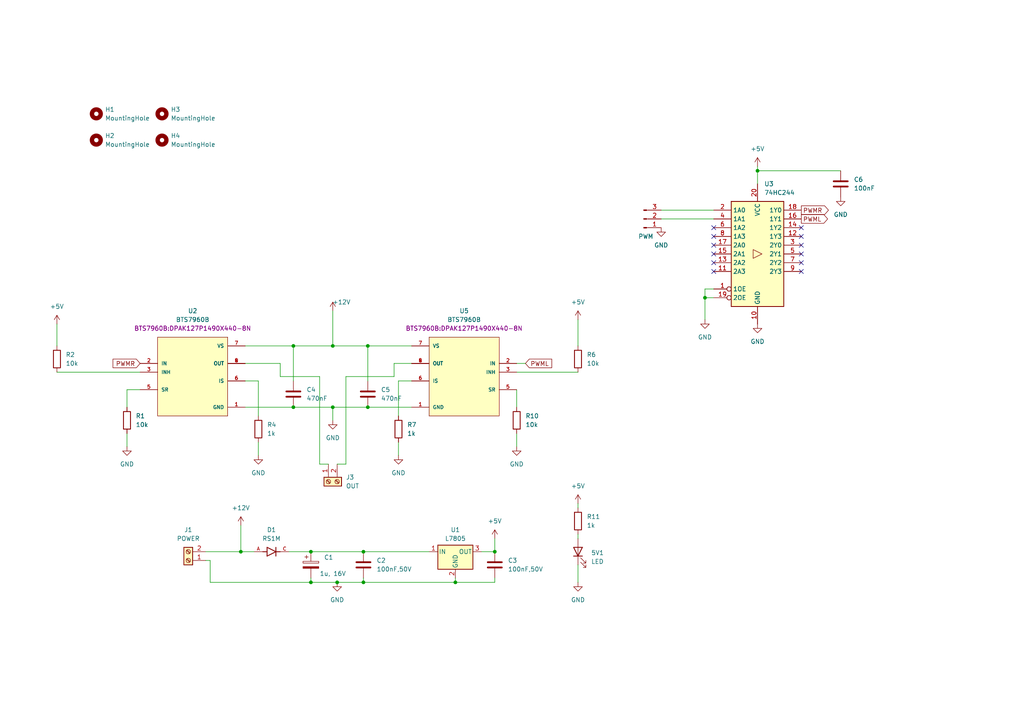
<source format=kicad_sch>
(kicad_sch (version 20230121) (generator eeschema)
  (paper "A4")
  (title_block (title "Motor Driver"))
  (lib_symbols
    (symbol "74xx:74HC244"
      (property "Reference" "U" (at -7.62 16.51 0))
      (property "Value" "74HC244" (at -7.62 -16.51 0))
      (symbol "74HC244_1_0"
        (polyline (pts (xy 1.27 0) (xy -1.27 1.27) (xy -1.27 -1.27) (xy 1.27 0)) (stroke (width 0.1524)))
        (pin input inverted (at -12.7 -10.16 0) (length 5.08) (name "1OE") (number "1"))
        (pin power_in line (at 0 -20.32 90) (length 5.08) (name "GND") (number "10"))
        (pin input line (at -12.7 -5.08 0) (length 5.08) (name "2A3") (number "11"))
        (pin tri_state line (at 12.7 5.08 180) (length 5.08) (name "1Y3") (number "12"))
        (pin input line (at -12.7 -2.54 0) (length 5.08) (name "2A2") (number "13"))
        (pin tri_state line (at 12.7 7.62 180) (length 5.08) (name "1Y2") (number "14"))
        (pin input line (at -12.7 0 0) (length 5.08) (name "2A1") (number "15"))
        (pin tri_state line (at 12.7 10.16 180) (length 5.08) (name "1Y1") (number "16"))
        (pin input line (at -12.7 2.54 0) (length 5.08) (name "2A0") (number "17"))
        (pin tri_state line (at 12.7 12.7 180) (length 5.08) (name "1Y0") (number "18"))
        (pin input inverted (at -12.7 -12.7 0) (length 5.08) (name "2OE") (number "19"))
        (pin input line (at -12.7 12.7 0) (length 5.08) (name "1A0") (number "2"))
        (pin power_in line (at 0 20.32 270) (length 5.08) (name "VCC") (number "20"))
        (pin tri_state line (at 12.7 2.54 180) (length 5.08) (name "2Y0") (number "3"))
        (pin input line (at -12.7 10.16 0) (length 5.08) (name "1A1") (number "4"))
        (pin tri_state line (at 12.7 0 180) (length 5.08) (name "2Y1") (number "5"))
        (pin input line (at -12.7 7.62 0) (length 5.08) (name "1A2") (number "6"))
        (pin tri_state line (at 12.7 -2.54 180) (length 5.08) (name "2Y2") (number "7"))
        (pin input line (at -12.7 5.08 0) (length 5.08) (name "1A3") (number "8"))
        (pin tri_state line (at 12.7 -5.08 180) (length 5.08) (name "2Y3") (number "9"))
      )
      (symbol "74HC244_1_1"
        (rectangle (start -7.62 15.24) (end 7.62 -15.24) (stroke (width 0.254)) (fill (type background)))
      )
    )
    (symbol "BTS7960B:BTS7960B" (pin_names (offset 1.016))
      (property "Reference" "U" (at -10.16 10.922 0))
      (property "Value" "BTS7960B" (at -10.16 -15.24 0))
      (property "Footprint" "BTS7960B:DPAK127P1490X440-8N" (at 0 0 0))
      (symbol "BTS7960B_0_0"
        (rectangle (start -10.16 10.16) (end 10.16 -12.7) (stroke (width 0.1524)) (fill (type background)))
        (pin power_in line (at 15.24 -10.16 180) (length 5.08) (name "GND") (number "1"))
        (pin input line (at -15.24 2.54 0) (length 5.08) (name "IN") (number "2"))
        (pin input line (at -15.24 0 0) (length 5.08) (name "INH") (number "3"))
        (pin output line (at 15.24 2.54 180) (length 5.08) (name "OUT") (number "4"))
        (pin input line (at -15.24 -5.08 0) (length 5.08) (name "SR") (number "5"))
        (pin output line (at 15.24 -2.54 180) (length 5.08) (name "IS") (number "6"))
        (pin power_in line (at 15.24 7.62 180) (length 5.08) (name "VS") (number "7"))
        (pin output line (at 15.24 2.54 180) (length 5.08) (name "OUT") (number "8"))
      )
    )
    (symbol "Connector:Conn_01x03_Pin" (pin_names (offset 1.016) hide)
      (property "Reference" "J" (at 0 5.08 0))
      (property "Value" "Conn_01x03_Pin" (at 0 -5.08 0))
      (symbol "Conn_01x03_Pin_1_1"
        (polyline (pts (xy 1.27 -2.54) (xy 0.8636 -2.54)) (stroke (width 0.1524)))
        (polyline (pts (xy 1.27 0) (xy 0.8636 0)) (stroke (width 0.1524)))
        (polyline (pts (xy 1.27 2.54) (xy 0.8636 2.54)) (stroke (width 0.1524)))
        (rectangle (start 0.8636 -2.413) (end 0 -2.667) (stroke (width 0.1524)) (fill (type outline)))
        (rectangle (start 0.8636 0.127) (end 0 -0.127) (stroke (width 0.1524)) (fill (type outline)))
        (rectangle (start 0.8636 2.667) (end 0 2.413) (stroke (width 0.1524)) (fill (type outline)))
        (pin passive line (at 5.08 2.54 180) (length 3.81) (name "Pin_1") (number "1"))
        (pin passive line (at 5.08 0 180) (length 3.81) (name "Pin_2") (number "2"))
        (pin passive line (at 5.08 -2.54 180) (length 3.81) (name "Pin_3") (number "3"))
      )
    )
    (symbol "Connector:Screw_Terminal_01x02" (pin_names (offset 1.016) hide)
      (property "Reference" "J" (at 0 2.54 0))
      (property "Value" "Screw_Terminal_01x02" (at 0 -5.08 0))
      (symbol "Screw_Terminal_01x02_1_1"
        (rectangle (start -1.27 1.27) (end 1.27 -3.81) (stroke (width 0.254)) (fill (type background)))
        (circle (center 0 -2.54) (radius 0.635) (stroke (width 0.1524)))
        (polyline (pts (xy -0.5334 -2.2098) (xy 0.3302 -3.048)) (stroke (width 0.1524)))
        (polyline (pts (xy -0.5334 0.3302) (xy 0.3302 -0.508)) (stroke (width 0.1524)))
        (polyline (pts (xy -0.3556 -2.032) (xy 0.508 -2.8702)) (stroke (width 0.1524)))
        (polyline (pts (xy -0.3556 0.508) (xy 0.508 -0.3302)) (stroke (width 0.1524)))
        (circle (center 0 0) (radius 0.635) (stroke (width 0.1524)))
        (pin passive line (at -5.08 0 0) (length 3.81) (name "Pin_1") (number "1"))
        (pin passive line (at -5.08 -2.54 0) (length 3.81) (name "Pin_2") (number "2"))
      )
    )
    (symbol "Device:C" (pin_numbers hide) (pin_names (offset 0.254))
      (property "Reference" "C" (at 0.635 2.54 0))
      (property "Value" "C" (at 0.635 -2.54 0))
      (symbol "C_0_1"
        (polyline (pts (xy -2.032 -0.762) (xy 2.032 -0.762)) (stroke (width 0.508)))
        (polyline (pts (xy -2.032 0.762) (xy 2.032 0.762)) (stroke (width 0.508)))
      )
      (symbol "C_1_1"
        (pin passive line (at 0 3.81 270) (length 2.794) (name "~") (number "1"))
        (pin passive line (at 0 -3.81 90) (length 2.794) (name "~") (number "2"))
      )
    )
    (symbol "Device:C_Polarized" (pin_numbers hide) (pin_names (offset 0.254))
      (property "Reference" "C" (at 0.635 2.54 0))
      (property "Value" "C_Polarized" (at 0.635 -2.54 0))
      (symbol "C_Polarized_0_1"
        (rectangle (start -2.286 0.508) (end 2.286 1.016))
        (polyline (pts (xy -1.778 2.286) (xy -0.762 2.286)))
        (polyline (pts (xy -1.27 2.794) (xy -1.27 1.778)))
        (rectangle (start 2.286 -0.508) (end -2.286 -1.016) (fill (type outline)))
      )
      (symbol "C_Polarized_1_1"
        (pin passive line (at 0 3.81 270) (length 2.794) (name "~") (number "1"))
        (pin passive line (at 0 -3.81 90) (length 2.794) (name "~") (number "2"))
      )
    )
    (symbol "Device:LED" (pin_numbers hide) (pin_names (offset 1.016) hide)
      (property "Reference" "D" (at 0 2.54 0))
      (property "Value" "LED" (at 0 -2.54 0))
      (symbol "LED_0_1"
        (polyline (pts (xy -1.27 -1.27) (xy -1.27 1.27)) (stroke (width 0.254)))
        (polyline (pts (xy -1.27 0) (xy 1.27 0)))
        (polyline (pts (xy 1.27 -1.27) (xy 1.27 1.27) (xy -1.27 0) (xy 1.27 -1.27)) (stroke (width 0.254)))
        (polyline (pts (xy -3.048 -0.762) (xy -4.572 -2.286) (xy -3.81 -2.286) (xy -4.572 -2.286) (xy -4.572 -1.524)))
        (polyline (pts (xy -1.778 -0.762) (xy -3.302 -2.286) (xy -2.54 -2.286) (xy -3.302 -2.286) (xy -3.302 -1.524)))
      )
      (symbol "LED_1_1"
        (pin passive line (at -3.81 0 0) (length 2.54) (name "K") (number "1"))
        (pin passive line (at 3.81 0 180) (length 2.54) (name "A") (number "2"))
      )
    )
    (symbol "Device:R" (pin_numbers hide) (pin_names (offset 0))
      (property "Reference" "R" (at 2.032 0 90))
      (property "Value" "R" (at 0 0 90))
      (symbol "R_0_1"
        (rectangle (start -1.016 -2.54) (end 1.016 2.54) (stroke (width 0.254)))
      )
      (symbol "R_1_1"
        (pin passive line (at 0 3.81 270) (length 1.27) (name "~") (number "1"))
        (pin passive line (at 0 -3.81 90) (length 1.27) (name "~") (number "2"))
      )
    )
    (symbol "Mechanical:MountingHole" (pin_names (offset 1.016))
      (property "Reference" "H" (at 0 5.08 0))
      (property "Value" "MountingHole" (at 0 3.175 0))
      (symbol "MountingHole_0_1"
        (circle (center 0 0) (radius 1.27) (stroke (width 1.27)))
      )
    )
    (symbol "RS1M:RS1M" (pin_names (offset 1.016))
      (property "Reference" "D" (at -5.08 2.54 0))
      (property "Value" "RS1M" (at -5.08 -3.81 0))
      (symbol "RS1M_0_0"
        (polyline (pts (xy -2.54 0) (xy -1.27 0)) (stroke (width 0.254)))
        (polyline (pts (xy -1.27 -1.27) (xy 1.27 0)) (stroke (width 0.254)))
        (polyline (pts (xy -1.27 0) (xy -1.27 -1.27)) (stroke (width 0.254)))
        (polyline (pts (xy -1.27 1.27) (xy -1.27 0)) (stroke (width 0.254)))
        (polyline (pts (xy 1.27 0) (xy -1.27 1.27)) (stroke (width 0.254)))
        (polyline (pts (xy 1.27 0) (xy 1.27 -1.27)) (stroke (width 0.254)))
        (polyline (pts (xy 1.27 0) (xy 2.54 0)) (stroke (width 0.254)))
        (polyline (pts (xy 1.27 1.27) (xy 1.27 0)) (stroke (width 0.254)))
        (pin passive line (at -5.08 0 0) (length 2.54) (name "~") (number "A"))
        (pin passive line (at 5.08 0 180) (length 2.54) (name "~") (number "C"))
      )
    )
    (symbol "Regulator_Linear:L7805" (pin_names (offset 0.254))
      (property "Reference" "U" (at -3.81 3.175 0))
      (property "Value" "L7805" (at 0 3.175 0))
      (symbol "L7805_0_1"
        (rectangle (start -5.08 1.905) (end 5.08 -5.08) (stroke (width 0.254)) (fill (type background)))
      )
      (symbol "L7805_1_1"
        (pin power_in line (at -7.62 0 0) (length 2.54) (name "IN") (number "1"))
        (pin power_in line (at 0 -7.62 90) (length 2.54) (name "GND") (number "2"))
        (pin power_out line (at 7.62 0 180) (length 2.54) (name "OUT") (number "3"))
      )
    )
    (symbol "power:+12V" (power) (pin_names (offset 0))
      (property "Value" "+12V" (at 0 3.556 0))
      (symbol "+12V_0_1"
        (polyline (pts (xy -0.762 1.27) (xy 0 2.54)))
        (polyline (pts (xy 0 0) (xy 0 2.54)))
        (polyline (pts (xy 0 2.54) (xy 0.762 1.27)))
      )
      (symbol "+12V_1_1"
        (pin power_in line (at 0 0 90) (length 0) hide (name "+12V") (number "1"))
      )
    )
    (symbol "power:+5V" (power) (pin_names (offset 0))
      (property "Value" "+5V" (at 0 3.556 0))
      (symbol "+5V_0_1"
        (polyline (pts (xy -0.762 1.27) (xy 0 2.54)))
        (polyline (pts (xy 0 0) (xy 0 2.54)))
        (polyline (pts (xy 0 2.54) (xy 0.762 1.27)))
      )
      (symbol "+5V_1_1"
        (pin power_in line (at 0 0 90) (length 0) hide (name "+5V") (number "1"))
      )
    )
    (symbol "power:GND" (power) (pin_names (offset 0))
      (property "Value" "GND" (at 0 -3.81 0))
      (symbol "GND_0_1"
        (polyline (pts (xy 0 0) (xy 0 -1.27) (xy 1.27 -1.27) (xy 0 -2.54) (xy -1.27 -1.27) (xy 0 -1.27)))
      )
      (symbol "GND_1_1"
        (pin power_in line (at 0 0 270) (length 0) hide (name "GND") (number "1"))
      )
    )
  )
  (junction (at 204.47 86.36))
  (junction (at 96.52 100.33))
  (junction (at 105.41 160.02))
  (junction (at 90.17 168.91))
  (junction (at 90.17 160.02))
  (junction (at 219.71 49.53))
  (junction (at 96.52 118.11))
  (junction (at 85.09 100.33))
  (junction (at 143.51 160.02))
  (junction (at 69.85 160.02))
  (junction (at 132.08 168.91))
  (junction (at 85.09 118.11))
  (junction (at 106.68 118.11))
  (junction (at 106.68 100.33))
  (junction (at 97.79 168.91))
  (junction (at 105.41 168.91))
  (no_connect (at 207.01 68.58))
  (no_connect (at 207.01 66.04))
  (no_connect (at 207.01 76.2))
  (no_connect (at 232.41 66.04))
  (no_connect (at 232.41 78.74))
  (no_connect (at 207.01 71.12))
  (no_connect (at 232.41 73.66))
  (no_connect (at 232.41 71.12))
  (no_connect (at 207.01 78.74))
  (no_connect (at 207.01 73.66))
  (no_connect (at 232.41 76.2))
  (no_connect (at 232.41 68.58))
  (wire (pts (xy 204.47 86.36) (xy 204.47 92.71)))
  (wire (pts (xy 71.12 100.33) (xy 85.09 100.33)))
  (wire (pts (xy 167.64 92.71) (xy 167.64 100.33)))
  (wire (pts (xy 97.79 168.91) (xy 105.41 168.91)))
  (wire (pts (xy 90.17 168.91) (xy 97.79 168.91)))
  (wire (pts (xy 81.28 109.22) (xy 92.71 109.22)))
  (wire (pts (xy 167.64 146.05) (xy 167.64 147.32)))
  (wire (pts (xy 119.38 110.49) (xy 115.57 110.49)))
  (wire (pts (xy 149.86 107.95) (xy 167.64 107.95)))
  (wire (pts (xy 59.69 162.56) (xy 60.96 162.56)))
  (wire (pts (xy 73.66 160.02) (xy 69.85 160.02)))
  (wire (pts (xy 114.3 109.22) (xy 114.3 105.41)))
  (wire (pts (xy 90.17 167.64) (xy 90.17 168.91)))
  (wire (pts (xy 69.85 152.4) (xy 69.85 160.02)))
  (wire (pts (xy 149.86 118.11) (xy 149.86 113.03)))
  (wire (pts (xy 96.52 100.33) (xy 106.68 100.33)))
  (wire (pts (xy 132.08 168.91) (xy 132.08 167.64)))
  (wire (pts (xy 100.33 109.22) (xy 114.3 109.22)))
  (wire (pts (xy 60.96 168.91) (xy 90.17 168.91)))
  (wire (pts (xy 115.57 110.49) (xy 115.57 120.65)))
  (wire (pts (xy 16.51 107.95) (xy 40.64 107.95)))
  (wire (pts (xy 36.83 113.03) (xy 40.64 113.03)))
  (wire (pts (xy 105.41 167.64) (xy 105.41 168.91)))
  (wire (pts (xy 143.51 167.64) (xy 143.51 168.91)))
  (wire (pts (xy 204.47 83.82) (xy 204.47 86.36)))
  (wire (pts (xy 85.09 118.11) (xy 96.52 118.11)))
  (wire (pts (xy 96.52 118.11) (xy 96.52 121.92)))
  (wire (pts (xy 207.01 83.82) (xy 204.47 83.82)))
  (wire (pts (xy 149.86 125.73) (xy 149.86 129.54)))
  (wire (pts (xy 74.93 128.27) (xy 74.93 132.08)))
  (wire (pts (xy 219.71 49.53) (xy 219.71 53.34)))
  (wire (pts (xy 96.52 118.11) (xy 106.68 118.11)))
  (wire (pts (xy 204.47 86.36) (xy 207.01 86.36)))
  (wire (pts (xy 149.86 105.41) (xy 152.4 105.41)))
  (wire (pts (xy 60.96 162.56) (xy 60.96 168.91)))
  (wire (pts (xy 105.41 160.02) (xy 124.46 160.02)))
  (wire (pts (xy 114.3 105.41) (xy 119.38 105.41)))
  (wire (pts (xy 132.08 168.91) (xy 143.51 168.91)))
  (wire (pts (xy 167.64 154.94) (xy 167.64 156.21)))
  (wire (pts (xy 16.51 93.98) (xy 16.51 100.33)))
  (wire (pts (xy 95.25 134.62) (xy 92.71 134.62)))
  (wire (pts (xy 100.33 134.62) (xy 100.33 109.22)))
  (wire (pts (xy 90.17 160.02) (xy 105.41 160.02)))
  (wire (pts (xy 106.68 100.33) (xy 106.68 110.49)))
  (wire (pts (xy 36.83 125.73) (xy 36.83 129.54)))
  (wire (pts (xy 139.7 160.02) (xy 143.51 160.02)))
  (wire (pts (xy 59.69 160.02) (xy 69.85 160.02)))
  (wire (pts (xy 85.09 100.33) (xy 85.09 110.49)))
  (wire (pts (xy 74.93 110.49) (xy 74.93 120.65)))
  (wire (pts (xy 105.41 168.91) (xy 132.08 168.91)))
  (wire (pts (xy 219.71 49.53) (xy 243.84 49.53)))
  (wire (pts (xy 83.82 160.02) (xy 90.17 160.02)))
  (wire (pts (xy 191.77 60.96) (xy 207.01 60.96)))
  (wire (pts (xy 81.28 105.41) (xy 81.28 109.22)))
  (wire (pts (xy 106.68 100.33) (xy 119.38 100.33)))
  (wire (pts (xy 97.79 134.62) (xy 100.33 134.62)))
  (wire (pts (xy 191.77 63.5) (xy 207.01 63.5)))
  (wire (pts (xy 92.71 134.62) (xy 92.71 109.22)))
  (wire (pts (xy 71.12 105.41) (xy 81.28 105.41)))
  (wire (pts (xy 115.57 128.27) (xy 115.57 132.08)))
  (wire (pts (xy 74.93 110.49) (xy 71.12 110.49)))
  (wire (pts (xy 36.83 118.11) (xy 36.83 113.03)))
  (wire (pts (xy 219.71 48.26) (xy 219.71 49.53)))
  (wire (pts (xy 96.52 90.17) (xy 96.52 100.33)))
  (wire (pts (xy 85.09 100.33) (xy 96.52 100.33)))
  (wire (pts (xy 167.64 163.83) (xy 167.64 168.91)))
  (wire (pts (xy 106.68 118.11) (xy 119.38 118.11)))
  (wire (pts (xy 71.12 118.11) (xy 85.09 118.11)))
  (wire (pts (xy 143.51 156.21) (xy 143.51 160.02)))
  (global_label "PWML" (shape output) (at 232.41 63.5 0) (property "Intersheetrefs" "${INTERSHEET_REFS}" (effects hide)))
  (global_label "PWMR" (shape output) (at 232.41 60.96 0) (property "Intersheetrefs" "${INTERSHEET_REFS}" (effects hide)))
  (global_label "PWML" (shape input) (at 152.4 105.41 0) (property "Intersheetrefs" "${INTERSHEET_REFS}" (effects hide)))
  (global_label "PWMR" (shape input) (at 40.64 105.41 180) (property "Intersheetrefs" "${INTERSHEET_REFS}" (effects hide)))
  (symbol (lib_id "Device:C") (at 106.68 114.3 0) (unit 1)
    (property "Reference" "C5" (at 110.49 113.03 0) (effects (justify left)))
    (property "Value" "470nF" (at 110.49 115.57 0) (effects (justify left)))
    (property "Footprint" "Capacitor_SMD:C_0603_1608Metric_Pad1.08x0.95mm_HandSolder" (effects hide))
  )
  (symbol (lib_id "power:GND") (at 219.71 93.98 0) (unit 1)
    (property "Reference" "#PWR020" (effects hide))
    (property "Value" "GND" (at 219.71 99.06 0))
  )
  (symbol (lib_id "Device:R") (at 167.64 151.13 0) (unit 1)
    (property "Reference" "R11" (at 170.18 149.86 0) (effects (justify left)))
    (property "Value" "1k" (at 170.18 152.4 0) (effects (justify left)))
    (property "Footprint" "Resistor_SMD:R_0603_1608Metric_Pad0.98x0.95mm_HandSolder" (effects hide))
  )
  (symbol (lib_id "Device:R") (at 16.51 104.14 0) (unit 1)
    (property "Reference" "R2" (at 19.05 102.87 0) (effects (justify left)))
    (property "Value" "10k" (at 19.05 105.41 0) (effects (justify left)))
    (property "Footprint" "Resistor_SMD:R_0603_1608Metric_Pad0.98x0.95mm_HandSolder" (effects hide))
  )
  (symbol (lib_id "Device:R") (at 149.86 121.92 0) (unit 1)
    (property "Reference" "R10" (at 152.4 120.65 0) (effects (justify left)))
    (property "Value" "10k" (at 152.4 123.19 0) (effects (justify left)))
    (property "Footprint" "Resistor_SMD:R_0603_1608Metric_Pad0.98x0.95mm_HandSolder" (effects hide))
  )
  (symbol (lib_id "Device:R") (at 36.83 121.92 0) (unit 1)
    (property "Reference" "R1" (at 39.37 120.65 0) (effects (justify left)))
    (property "Value" "10k" (at 39.37 123.19 0) (effects (justify left)))
    (property "Footprint" "Resistor_SMD:R_0603_1608Metric_Pad0.98x0.95mm_HandSolder" (effects hide))
  )
  (symbol (lib_id "power:GND") (at 191.77 66.04 0) (mirror y) (unit 1)
    (property "Reference" "#PWR02" (effects hide))
    (property "Value" "GND" (at 191.77 71.12 0))
  )
  (symbol (lib_id "BTS7960B:BTS7960B") (at 55.88 107.95 0) (unit 1)
    (property "Reference" "U2" (at 55.88 90.17 0))
    (property "Value" "BTS7960B" (at 55.88 92.71 0))
    (property "Footprint" "BTS7960B:DPAK127P1490X440-8N" (at 55.88 95.25 0))
    (property "PARTREV" "1.1" (effects hide))
    (property "MANUFACTURER" "Infineon" (effects hide))
    (property "MAXIMUM_PACKAGE_HEIGHT" "4.4mm" (effects hide))
    (property "STANDARD" "IPC-7351B" (effects hide))
  )
  (symbol (lib_id "Device:C") (at 105.41 163.83 180) (unit 1)
    (property "Reference" "C2" (at 109.22 162.56 0) (effects (justify right)))
    (property "Value" "100nF,50V" (at 109.22 165.1 0) (effects (justify right)))
    (property "Footprint" "Capacitor_SMD:C_0603_1608Metric_Pad1.08x0.95mm_HandSolder" (effects hide))
  )
  (symbol (lib_id "Connector:Conn_01x03_Pin") (at 186.69 63.5 0) (mirror x) (unit 1)
    (property "Reference" "J2" (effects hide))
    (property "Value" "PWM" (at 187.325 68.58 0))
    (property "Footprint" "Connector:FanPinHeader_1x03_P2.54mm_Vertical" (effects hide))
  )
  (symbol (lib_id "Mechanical:MountingHole") (at 46.99 40.64 0) (unit 1)
    (property "Reference" "H4" (at 49.53 39.37 0) (effects (justify left)))
    (property "Value" "MountingHole" (at 49.53 41.91 0) (effects (justify left)))
    (property "Footprint" "MountingHole:MountingHole_3.5mm" (effects hide))
  )
  (symbol (lib_id "RS1M:RS1M") (at 78.74 160.02 0) (unit 1)
    (property "Reference" "D1" (at 78.74 153.67 0))
    (property "Value" "RS1M" (at 78.74 156.21 0))
    (property "Footprint" "RS1M:DIOM4330X250N" (effects hide))
    (property "PARTREV" "1.0" (effects hide))
    (property "MANUFACTURER" "Taiwan Semiconductor" (effects hide))
    (property "SNAPEDA_PN" "RS1A" (effects hide))
    (property "MAXIMUM_PACKAGE_HEIGHT" "2.5mm" (effects hide))
    (property "STANDARD" "IPC-7351B" (effects hide))
  )
  (symbol (lib_id "power:GND") (at 243.84 57.15 0) (unit 1)
    (property "Reference" "#PWR019" (effects hide))
    (property "Value" "GND" (at 243.84 62.23 0))
  )
  (symbol (lib_id "Mechanical:MountingHole") (at 27.94 40.64 0) (unit 1)
    (property "Reference" "H2" (at 30.48 39.37 0) (effects (justify left)))
    (property "Value" "MountingHole" (at 30.48 41.91 0) (effects (justify left)))
    (property "Footprint" "MountingHole:MountingHole_3.5mm" (effects hide))
  )
  (symbol (lib_id "power:+12V") (at 69.85 152.4 0) (unit 1)
    (property "Reference" "#PWR09" (effects hide))
    (property "Value" "+12V" (at 69.85 147.32 0))
  )
  (symbol (lib_id "Mechanical:MountingHole") (at 27.94 33.02 0) (unit 1)
    (property "Reference" "H1" (at 30.48 31.75 0) (effects (justify left)))
    (property "Value" "MountingHole" (at 30.48 34.29 0) (effects (justify left)))
    (property "Footprint" "MountingHole:MountingHole_3.5mm" (effects hide))
  )
  (symbol (lib_id "Device:R") (at 74.93 124.46 0) (unit 1)
    (property "Reference" "R4" (at 77.47 123.19 0) (effects (justify left)))
    (property "Value" "1k" (at 77.47 125.73 0) (effects (justify left)))
    (property "Footprint" "Resistor_SMD:R_0603_1608Metric_Pad0.98x0.95mm_HandSolder" (effects hide))
  )
  (symbol (lib_id "74xx:74HC244") (at 219.71 73.66 0) (unit 1)
    (property "Reference" "U3" (at 221.6659 53.34 0) (effects (justify left)))
    (property "Value" "74HC244" (at 221.6659 55.88 0) (effects (justify left)))
    (property "Footprint" "74HC244:SOIC127P1030X265-20N" (effects hide))
    (property "Datasheet" "https://assets.nexperia.com/documents/data-sheet/74HC_HCT244.pdf" (effects hide))
  )
  (symbol (lib_id "Mechanical:MountingHole") (at 46.99 33.02 0) (unit 1)
    (property "Reference" "H3" (at 49.53 31.75 0) (effects (justify left)))
    (property "Value" "MountingHole" (at 49.53 34.29 0) (effects (justify left)))
    (property "Footprint" "MountingHole:MountingHole_3.5mm" (effects hide))
  )
  (symbol (lib_id "power:GND") (at 36.83 129.54 0) (unit 1)
    (property "Reference" "#PWR013" (effects hide))
    (property "Value" "GND" (at 36.83 134.62 0))
  )
  (symbol (lib_id "power:+5V") (at 167.64 92.71 0) (unit 1)
    (property "Reference" "#PWR05" (effects hide))
    (property "Value" "+5V" (at 167.64 87.63 0))
  )
  (symbol (lib_id "Device:C") (at 243.84 53.34 0) (unit 1)
    (property "Reference" "C6" (at 247.65 52.07 0) (effects (justify left)))
    (property "Value" "100nF" (at 247.65 54.61 0) (effects (justify left)))
    (property "Footprint" "Capacitor_SMD:C_0603_1608Metric_Pad1.08x0.95mm_HandSolder" (effects hide))
  )
  (symbol (lib_id "power:+12V") (at 96.52 90.17 0) (unit 1)
    (property "Reference" "#PWR015" (effects hide))
    (property "Value" "+12V" (at 99.06 87.63 0))
  )
  (symbol (lib_id "Device:LED") (at 167.64 160.02 90) (unit 1)
    (property "Reference" "5V1" (at 171.45 160.3375 90) (effects (justify right)))
    (property "Value" "LED" (at 171.45 162.8775 90) (effects (justify right)))
    (property "Footprint" "LED_SMD:LED_0603_1608Metric_Pad1.05x0.95mm_HandSolder" (effects hide))
  )
  (symbol (lib_id "power:GND") (at 74.93 132.08 0) (unit 1)
    (property "Reference" "#PWR014" (effects hide))
    (property "Value" "GND" (at 74.93 137.16 0))
  )
  (symbol (lib_id "Connector:Screw_Terminal_01x02") (at 95.25 139.7 90) (mirror x) (unit 1)
    (property "Reference" "J3" (at 100.33 138.43 90) (effects (justify right)))
    (property "Value" "OUT" (at 100.33 140.97 90) (effects (justify right)))
    (property "Footprint" "TerminalBlock:TerminalBlock_Altech_AK300-2_P5.00mm" (effects hide))
  )
  (symbol (lib_id "power:GND") (at 149.86 129.54 0) (unit 1)
    (property "Reference" "#PWR018" (effects hide))
    (property "Value" "GND" (at 149.86 134.62 0))
  )
  (symbol (lib_id "power:+5V") (at 167.64 146.05 0) (unit 1)
    (property "Reference" "#PWR07" (effects hide))
    (property "Value" "+5V" (at 167.64 140.97 0))
  )
  (symbol (lib_id "Device:C") (at 143.51 163.83 180) (unit 1)
    (property "Reference" "C3" (at 147.32 162.56 0) (effects (justify right)))
    (property "Value" "100nF,50V" (at 147.32 165.1 0) (effects (justify right)))
    (property "Footprint" "Capacitor_SMD:C_0603_1608Metric_Pad1.08x0.95mm_HandSolder" (effects hide))
  )
  (symbol (lib_id "power:+5V") (at 219.71 48.26 0) (unit 1)
    (property "Reference" "#PWR012" (effects hide))
    (property "Value" "+5V" (at 219.71 43.18 0))
  )
  (symbol (lib_id "power:GND") (at 204.47 92.71 0) (unit 1)
    (property "Reference" "#PWR021" (effects hide))
    (property "Value" "GND" (at 204.47 97.79 0))
  )
  (symbol (lib_id "power:GND") (at 167.64 168.91 0) (unit 1)
    (property "Reference" "#PWR011" (effects hide))
    (property "Value" "GND" (at 167.64 173.99 0))
  )
  (symbol (lib_id "power:+5V") (at 143.51 156.21 0) (unit 1)
    (property "Reference" "#PWR010" (effects hide))
    (property "Value" "+5V" (at 143.51 151.13 0))
  )
  (symbol (lib_id "BTS7960B:BTS7960B") (at 134.62 107.95 0) (mirror y) (unit 1)
    (property "Reference" "U5" (at 134.62 90.17 0))
    (property "Value" "BTS7960B" (at 134.62 92.71 0))
    (property "Footprint" "BTS7960B:DPAK127P1490X440-8N" (at 134.62 95.25 0))
    (property "PARTREV" "1.1" (effects hide))
    (property "MANUFACTURER" "Infineon" (effects hide))
    (property "MAXIMUM_PACKAGE_HEIGHT" "4.4mm" (effects hide))
    (property "STANDARD" "IPC-7351B" (effects hide))
  )
  (symbol (lib_id "power:GND") (at 115.57 132.08 0) (unit 1)
    (property "Reference" "#PWR017" (effects hide))
    (property "Value" "GND" (at 115.57 137.16 0))
  )
  (symbol (lib_id "Device:C") (at 85.09 114.3 180) (unit 1)
    (property "Reference" "C4" (at 88.9 113.03 0) (effects (justify right)))
    (property "Value" "470nF" (at 88.9 115.57 0) (effects (justify right)))
    (property "Footprint" "Capacitor_SMD:C_0603_1608Metric_Pad1.08x0.95mm_HandSolder" (effects hide))
  )
  (symbol (lib_id "power:GND") (at 97.79 168.91 0) (unit 1)
    (property "Reference" "#PWR01" (effects hide))
    (property "Value" "GND" (at 97.79 173.99 0))
  )
  (symbol (lib_id "power:GND") (at 96.52 121.92 0) (unit 1)
    (property "Reference" "#PWR016" (effects hide))
    (property "Value" "GND" (at 96.52 127 0))
  )
  (symbol (lib_id "Device:R") (at 115.57 124.46 0) (unit 1)
    (property "Reference" "R7" (at 118.11 123.19 0) (effects (justify left)))
    (property "Value" "1k" (at 118.11 125.73 0) (effects (justify left)))
    (property "Footprint" "Resistor_SMD:R_0603_1608Metric_Pad0.98x0.95mm_HandSolder" (effects hide))
  )
  (symbol (lib_id "Device:R") (at 167.64 104.14 0) (unit 1)
    (property "Reference" "R6" (at 170.18 102.87 0) (effects (justify left)))
    (property "Value" "10k" (at 170.18 105.41 0) (effects (justify left)))
    (property "Footprint" "Resistor_SMD:R_0603_1608Metric_Pad0.98x0.95mm_HandSolder" (effects hide))
  )
  (symbol (lib_id "Device:C_Polarized") (at 90.17 163.83 0) (unit 1)
    (property "Reference" "C1" (at 93.98 161.671 0) (effects (justify left)))
    (property "Value" "1u, 16V" (at 92.71 166.37 0) (effects (justify left)))
    (property "Footprint" "Capacitor_Tantalum_SMD:CP_EIA-3216-18_Kemet-A_Pad1.58x1.35mm_HandSolder" (effects hide))
  )
  (symbol (lib_id "Regulator_Linear:L7805") (at 132.08 160.02 0) (unit 1)
    (property "Reference" "U1" (at 132.08 153.67 0))
    (property "Value" "L7805" (at 132.08 156.21 0))
    (property "Footprint" "Package_TO_SOT_SMD:TO-252-2" (effects hide))
    (property "Datasheet" "http://www.st.com/content/ccc/resource/technical/document/datasheet/41/4f/b3/b0/12/d4/47/88/CD00000444.pdf/files/CD00000444.pdf/jcr:content/translations/en.CD00000444.pdf" (effects hide))
  )
  (symbol (lib_id "Connector:Screw_Terminal_01x02") (at 54.61 162.56 180) (unit 1)
    (property "Reference" "J1" (at 54.61 153.67 0))
    (property "Value" "POWER" (at 54.61 156.21 0))
    (property "Footprint" "TerminalBlock:TerminalBlock_Altech_AK300-2_P5.00mm" (effects hide))
  )
  (symbol (lib_id "power:+5V") (at 16.51 93.98 0) (unit 1)
    (property "Reference" "#PWR03" (effects hide))
    (property "Value" "+5V" (at 16.51 88.9 0))
  )
)
</source>
